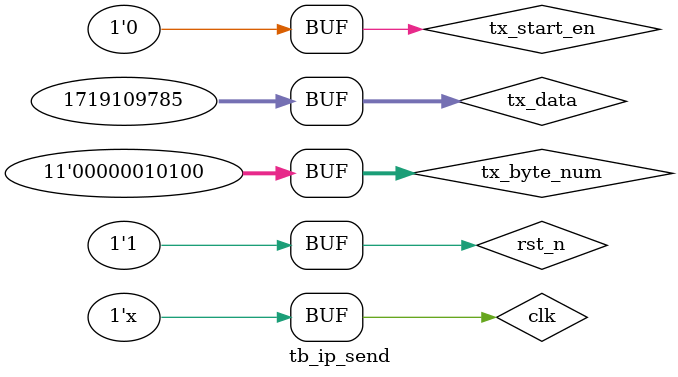
<source format=v>

`timescale  1ns/1ns

module        tb_ip_send    ;

parameter  		SYS_PERID = 40 ;

reg           clk          ;
reg           rst_n        ;  

reg           tx_start_en  ;
reg   [31:0]  tx_data      ;
reg   [10:0]  tx_byte_num  ;

always #(SYS_PERID/2) clk <= ~clk ;

initial begin
	        clk <= 1'b0 ;
	        rst_n <= 1'b0 ;
	      #(20*SYS_PERID)
	        rst_n <= 1'b1 ;
	      end
	      

initial begin
      tx_start_en <= 1'b0;
      tx_data <= 32'h66_77_88_99;
      tx_byte_num <= 11'd0;
    #(100*SYS_PERID)
      tx_start_en <= 1'b1;
      tx_byte_num <= 11'd1;
    #(20*SYS_PERID)
      tx_start_en <= 1'b0; 
      
    #(200*SYS_PERID)
      tx_start_en <= 1'b1;
      tx_byte_num <= 11'd20;
    #(20*SYS_PERID)
      tx_start_en <= 1'b0;       
    
end    	      


ip_send  u_ip_send(
    .clk               (clk),
    .rst_n             (rst_n),
    .tx_start_en       (tx_start_en),
    .tx_data           (tx_data),
    .tx_byte_num       (tx_byte_num),
    .crc_data          (32'haa_bb_cc_dd),
    .crc_next          (4'he),
    .tx_done           (),
    .tx_req            (),
    .eth_tx_en         (),
    .eth_tx_data       (),
    .crc_en            (),
    .crc_clr           ()
    );


endmodule	      
	      
</source>
